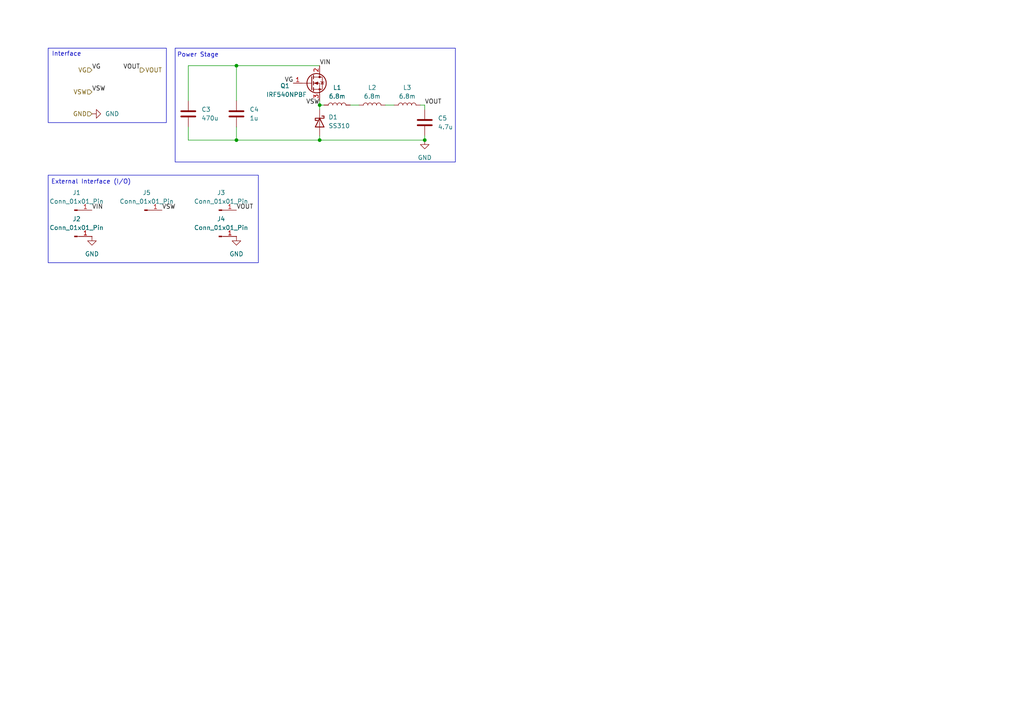
<source format=kicad_sch>
(kicad_sch
	(version 20231120)
	(generator "eeschema")
	(generator_version "8.0")
	(uuid "8c7b66df-3fdb-473a-b9fc-ac63bda1f8b1")
	(paper "A4")
	(title_block
		(title "Fullmetal Buck Converter")
		(date "2025-03-01")
		(rev "v0")
		(company "Manveer Aujla")
	)
	(lib_symbols
		(symbol "Connector:Conn_01x01_Pin"
			(pin_names
				(offset 1.016) hide)
			(exclude_from_sim no)
			(in_bom yes)
			(on_board yes)
			(property "Reference" "J"
				(at 0 2.54 0)
				(effects
					(font
						(size 1.27 1.27)
					)
				)
			)
			(property "Value" "Conn_01x01_Pin"
				(at 0 -2.54 0)
				(effects
					(font
						(size 1.27 1.27)
					)
				)
			)
			(property "Footprint" ""
				(at 0 0 0)
				(effects
					(font
						(size 1.27 1.27)
					)
					(hide yes)
				)
			)
			(property "Datasheet" "~"
				(at 0 0 0)
				(effects
					(font
						(size 1.27 1.27)
					)
					(hide yes)
				)
			)
			(property "Description" "Generic connector, single row, 01x01, script generated"
				(at 0 0 0)
				(effects
					(font
						(size 1.27 1.27)
					)
					(hide yes)
				)
			)
			(property "ki_locked" ""
				(at 0 0 0)
				(effects
					(font
						(size 1.27 1.27)
					)
				)
			)
			(property "ki_keywords" "connector"
				(at 0 0 0)
				(effects
					(font
						(size 1.27 1.27)
					)
					(hide yes)
				)
			)
			(property "ki_fp_filters" "Connector*:*_1x??_*"
				(at 0 0 0)
				(effects
					(font
						(size 1.27 1.27)
					)
					(hide yes)
				)
			)
			(symbol "Conn_01x01_Pin_1_1"
				(polyline
					(pts
						(xy 1.27 0) (xy 0.8636 0)
					)
					(stroke
						(width 0.1524)
						(type default)
					)
					(fill
						(type none)
					)
				)
				(rectangle
					(start 0.8636 0.127)
					(end 0 -0.127)
					(stroke
						(width 0.1524)
						(type default)
					)
					(fill
						(type outline)
					)
				)
				(pin passive line
					(at 5.08 0 180)
					(length 3.81)
					(name "Pin_1"
						(effects
							(font
								(size 1.27 1.27)
							)
						)
					)
					(number "1"
						(effects
							(font
								(size 1.27 1.27)
							)
						)
					)
				)
			)
		)
		(symbol "Device:C"
			(pin_numbers hide)
			(pin_names
				(offset 0.254)
			)
			(exclude_from_sim no)
			(in_bom yes)
			(on_board yes)
			(property "Reference" "C"
				(at 0.635 2.54 0)
				(effects
					(font
						(size 1.27 1.27)
					)
					(justify left)
				)
			)
			(property "Value" "C"
				(at 0.635 -2.54 0)
				(effects
					(font
						(size 1.27 1.27)
					)
					(justify left)
				)
			)
			(property "Footprint" ""
				(at 0.9652 -3.81 0)
				(effects
					(font
						(size 1.27 1.27)
					)
					(hide yes)
				)
			)
			(property "Datasheet" "~"
				(at 0 0 0)
				(effects
					(font
						(size 1.27 1.27)
					)
					(hide yes)
				)
			)
			(property "Description" "Unpolarized capacitor"
				(at 0 0 0)
				(effects
					(font
						(size 1.27 1.27)
					)
					(hide yes)
				)
			)
			(property "ki_keywords" "cap capacitor"
				(at 0 0 0)
				(effects
					(font
						(size 1.27 1.27)
					)
					(hide yes)
				)
			)
			(property "ki_fp_filters" "C_*"
				(at 0 0 0)
				(effects
					(font
						(size 1.27 1.27)
					)
					(hide yes)
				)
			)
			(symbol "C_0_1"
				(polyline
					(pts
						(xy -2.032 -0.762) (xy 2.032 -0.762)
					)
					(stroke
						(width 0.508)
						(type default)
					)
					(fill
						(type none)
					)
				)
				(polyline
					(pts
						(xy -2.032 0.762) (xy 2.032 0.762)
					)
					(stroke
						(width 0.508)
						(type default)
					)
					(fill
						(type none)
					)
				)
			)
			(symbol "C_1_1"
				(pin passive line
					(at 0 3.81 270)
					(length 2.794)
					(name "~"
						(effects
							(font
								(size 1.27 1.27)
							)
						)
					)
					(number "1"
						(effects
							(font
								(size 1.27 1.27)
							)
						)
					)
				)
				(pin passive line
					(at 0 -3.81 90)
					(length 2.794)
					(name "~"
						(effects
							(font
								(size 1.27 1.27)
							)
						)
					)
					(number "2"
						(effects
							(font
								(size 1.27 1.27)
							)
						)
					)
				)
			)
		)
		(symbol "Device:L"
			(pin_numbers hide)
			(pin_names
				(offset 1.016) hide)
			(exclude_from_sim no)
			(in_bom yes)
			(on_board yes)
			(property "Reference" "L"
				(at -1.27 0 90)
				(effects
					(font
						(size 1.27 1.27)
					)
				)
			)
			(property "Value" "L"
				(at 1.905 0 90)
				(effects
					(font
						(size 1.27 1.27)
					)
				)
			)
			(property "Footprint" ""
				(at 0 0 0)
				(effects
					(font
						(size 1.27 1.27)
					)
					(hide yes)
				)
			)
			(property "Datasheet" "~"
				(at 0 0 0)
				(effects
					(font
						(size 1.27 1.27)
					)
					(hide yes)
				)
			)
			(property "Description" "Inductor"
				(at 0 0 0)
				(effects
					(font
						(size 1.27 1.27)
					)
					(hide yes)
				)
			)
			(property "ki_keywords" "inductor choke coil reactor magnetic"
				(at 0 0 0)
				(effects
					(font
						(size 1.27 1.27)
					)
					(hide yes)
				)
			)
			(property "ki_fp_filters" "Choke_* *Coil* Inductor_* L_*"
				(at 0 0 0)
				(effects
					(font
						(size 1.27 1.27)
					)
					(hide yes)
				)
			)
			(symbol "L_0_1"
				(arc
					(start 0 -2.54)
					(mid 0.6323 -1.905)
					(end 0 -1.27)
					(stroke
						(width 0)
						(type default)
					)
					(fill
						(type none)
					)
				)
				(arc
					(start 0 -1.27)
					(mid 0.6323 -0.635)
					(end 0 0)
					(stroke
						(width 0)
						(type default)
					)
					(fill
						(type none)
					)
				)
				(arc
					(start 0 0)
					(mid 0.6323 0.635)
					(end 0 1.27)
					(stroke
						(width 0)
						(type default)
					)
					(fill
						(type none)
					)
				)
				(arc
					(start 0 1.27)
					(mid 0.6323 1.905)
					(end 0 2.54)
					(stroke
						(width 0)
						(type default)
					)
					(fill
						(type none)
					)
				)
			)
			(symbol "L_1_1"
				(pin passive line
					(at 0 3.81 270)
					(length 1.27)
					(name "1"
						(effects
							(font
								(size 1.27 1.27)
							)
						)
					)
					(number "1"
						(effects
							(font
								(size 1.27 1.27)
							)
						)
					)
				)
				(pin passive line
					(at 0 -3.81 90)
					(length 1.27)
					(name "2"
						(effects
							(font
								(size 1.27 1.27)
							)
						)
					)
					(number "2"
						(effects
							(font
								(size 1.27 1.27)
							)
						)
					)
				)
			)
		)
		(symbol "Diode:SS310"
			(pin_numbers hide)
			(pin_names
				(offset 1.016) hide)
			(exclude_from_sim no)
			(in_bom yes)
			(on_board yes)
			(property "Reference" "D"
				(at 0 2.54 0)
				(effects
					(font
						(size 1.27 1.27)
					)
				)
			)
			(property "Value" "SS310"
				(at 0 -2.54 0)
				(effects
					(font
						(size 1.27 1.27)
					)
				)
			)
			(property "Footprint" "Diode_SMD:D_SMA"
				(at 0 -4.445 0)
				(effects
					(font
						(size 1.27 1.27)
					)
					(hide yes)
				)
			)
			(property "Datasheet" "https://www.microdiode.com/uploadfiles//PDF/SS32-THRU-SS3200-SMA.pdf"
				(at 0 0 0)
				(effects
					(font
						(size 1.27 1.27)
					)
					(hide yes)
				)
			)
			(property "Description" "100V 3A Schottky Diode, SMA"
				(at 0 0 0)
				(effects
					(font
						(size 1.27 1.27)
					)
					(hide yes)
				)
			)
			(property "ki_keywords" "diode Schottky"
				(at 0 0 0)
				(effects
					(font
						(size 1.27 1.27)
					)
					(hide yes)
				)
			)
			(property "ki_fp_filters" "D*SMA*"
				(at 0 0 0)
				(effects
					(font
						(size 1.27 1.27)
					)
					(hide yes)
				)
			)
			(symbol "SS310_0_1"
				(polyline
					(pts
						(xy 1.27 0) (xy -1.27 0)
					)
					(stroke
						(width 0)
						(type default)
					)
					(fill
						(type none)
					)
				)
				(polyline
					(pts
						(xy 1.27 1.27) (xy 1.27 -1.27) (xy -1.27 0) (xy 1.27 1.27)
					)
					(stroke
						(width 0.254)
						(type default)
					)
					(fill
						(type none)
					)
				)
				(polyline
					(pts
						(xy -1.905 0.635) (xy -1.905 1.27) (xy -1.27 1.27) (xy -1.27 -1.27) (xy -0.635 -1.27) (xy -0.635 -0.635)
					)
					(stroke
						(width 0.254)
						(type default)
					)
					(fill
						(type none)
					)
				)
			)
			(symbol "SS310_1_1"
				(pin passive line
					(at -3.81 0 0)
					(length 2.54)
					(name "K"
						(effects
							(font
								(size 1.27 1.27)
							)
						)
					)
					(number "1"
						(effects
							(font
								(size 1.27 1.27)
							)
						)
					)
				)
				(pin passive line
					(at 3.81 0 180)
					(length 2.54)
					(name "A"
						(effects
							(font
								(size 1.27 1.27)
							)
						)
					)
					(number "2"
						(effects
							(font
								(size 1.27 1.27)
							)
						)
					)
				)
			)
		)
		(symbol "Transistor_FET:IRF540N"
			(pin_names hide)
			(exclude_from_sim no)
			(in_bom yes)
			(on_board yes)
			(property "Reference" "Q"
				(at 5.08 1.905 0)
				(effects
					(font
						(size 1.27 1.27)
					)
					(justify left)
				)
			)
			(property "Value" "IRF540N"
				(at 5.08 0 0)
				(effects
					(font
						(size 1.27 1.27)
					)
					(justify left)
				)
			)
			(property "Footprint" "Package_TO_SOT_THT:TO-220-3_Vertical"
				(at 5.08 -1.905 0)
				(effects
					(font
						(size 1.27 1.27)
						(italic yes)
					)
					(justify left)
					(hide yes)
				)
			)
			(property "Datasheet" "http://www.irf.com/product-info/datasheets/data/irf540n.pdf"
				(at 5.08 -3.81 0)
				(effects
					(font
						(size 1.27 1.27)
					)
					(justify left)
					(hide yes)
				)
			)
			(property "Description" "33A Id, 100V Vds, HEXFET N-Channel MOSFET, TO-220"
				(at 0 0 0)
				(effects
					(font
						(size 1.27 1.27)
					)
					(hide yes)
				)
			)
			(property "ki_keywords" "HEXFET N-Channel MOSFET"
				(at 0 0 0)
				(effects
					(font
						(size 1.27 1.27)
					)
					(hide yes)
				)
			)
			(property "ki_fp_filters" "TO?220*"
				(at 0 0 0)
				(effects
					(font
						(size 1.27 1.27)
					)
					(hide yes)
				)
			)
			(symbol "IRF540N_0_1"
				(polyline
					(pts
						(xy 0.254 0) (xy -2.54 0)
					)
					(stroke
						(width 0)
						(type default)
					)
					(fill
						(type none)
					)
				)
				(polyline
					(pts
						(xy 0.254 1.905) (xy 0.254 -1.905)
					)
					(stroke
						(width 0.254)
						(type default)
					)
					(fill
						(type none)
					)
				)
				(polyline
					(pts
						(xy 0.762 -1.27) (xy 0.762 -2.286)
					)
					(stroke
						(width 0.254)
						(type default)
					)
					(fill
						(type none)
					)
				)
				(polyline
					(pts
						(xy 0.762 0.508) (xy 0.762 -0.508)
					)
					(stroke
						(width 0.254)
						(type default)
					)
					(fill
						(type none)
					)
				)
				(polyline
					(pts
						(xy 0.762 2.286) (xy 0.762 1.27)
					)
					(stroke
						(width 0.254)
						(type default)
					)
					(fill
						(type none)
					)
				)
				(polyline
					(pts
						(xy 2.54 2.54) (xy 2.54 1.778)
					)
					(stroke
						(width 0)
						(type default)
					)
					(fill
						(type none)
					)
				)
				(polyline
					(pts
						(xy 2.54 -2.54) (xy 2.54 0) (xy 0.762 0)
					)
					(stroke
						(width 0)
						(type default)
					)
					(fill
						(type none)
					)
				)
				(polyline
					(pts
						(xy 0.762 -1.778) (xy 3.302 -1.778) (xy 3.302 1.778) (xy 0.762 1.778)
					)
					(stroke
						(width 0)
						(type default)
					)
					(fill
						(type none)
					)
				)
				(polyline
					(pts
						(xy 1.016 0) (xy 2.032 0.381) (xy 2.032 -0.381) (xy 1.016 0)
					)
					(stroke
						(width 0)
						(type default)
					)
					(fill
						(type outline)
					)
				)
				(polyline
					(pts
						(xy 2.794 0.508) (xy 2.921 0.381) (xy 3.683 0.381) (xy 3.81 0.254)
					)
					(stroke
						(width 0)
						(type default)
					)
					(fill
						(type none)
					)
				)
				(polyline
					(pts
						(xy 3.302 0.381) (xy 2.921 -0.254) (xy 3.683 -0.254) (xy 3.302 0.381)
					)
					(stroke
						(width 0)
						(type default)
					)
					(fill
						(type none)
					)
				)
				(circle
					(center 1.651 0)
					(radius 2.794)
					(stroke
						(width 0.254)
						(type default)
					)
					(fill
						(type none)
					)
				)
				(circle
					(center 2.54 -1.778)
					(radius 0.254)
					(stroke
						(width 0)
						(type default)
					)
					(fill
						(type outline)
					)
				)
				(circle
					(center 2.54 1.778)
					(radius 0.254)
					(stroke
						(width 0)
						(type default)
					)
					(fill
						(type outline)
					)
				)
			)
			(symbol "IRF540N_1_1"
				(pin input line
					(at -5.08 0 0)
					(length 2.54)
					(name "G"
						(effects
							(font
								(size 1.27 1.27)
							)
						)
					)
					(number "1"
						(effects
							(font
								(size 1.27 1.27)
							)
						)
					)
				)
				(pin passive line
					(at 2.54 5.08 270)
					(length 2.54)
					(name "D"
						(effects
							(font
								(size 1.27 1.27)
							)
						)
					)
					(number "2"
						(effects
							(font
								(size 1.27 1.27)
							)
						)
					)
				)
				(pin passive line
					(at 2.54 -5.08 90)
					(length 2.54)
					(name "S"
						(effects
							(font
								(size 1.27 1.27)
							)
						)
					)
					(number "3"
						(effects
							(font
								(size 1.27 1.27)
							)
						)
					)
				)
			)
		)
		(symbol "power:GND"
			(power)
			(pin_numbers hide)
			(pin_names
				(offset 0) hide)
			(exclude_from_sim no)
			(in_bom yes)
			(on_board yes)
			(property "Reference" "#PWR"
				(at 0 -6.35 0)
				(effects
					(font
						(size 1.27 1.27)
					)
					(hide yes)
				)
			)
			(property "Value" "GND"
				(at 0 -3.81 0)
				(effects
					(font
						(size 1.27 1.27)
					)
				)
			)
			(property "Footprint" ""
				(at 0 0 0)
				(effects
					(font
						(size 1.27 1.27)
					)
					(hide yes)
				)
			)
			(property "Datasheet" ""
				(at 0 0 0)
				(effects
					(font
						(size 1.27 1.27)
					)
					(hide yes)
				)
			)
			(property "Description" "Power symbol creates a global label with name \"GND\" , ground"
				(at 0 0 0)
				(effects
					(font
						(size 1.27 1.27)
					)
					(hide yes)
				)
			)
			(property "ki_keywords" "global power"
				(at 0 0 0)
				(effects
					(font
						(size 1.27 1.27)
					)
					(hide yes)
				)
			)
			(symbol "GND_0_1"
				(polyline
					(pts
						(xy 0 0) (xy 0 -1.27) (xy 1.27 -1.27) (xy 0 -2.54) (xy -1.27 -1.27) (xy 0 -1.27)
					)
					(stroke
						(width 0)
						(type default)
					)
					(fill
						(type none)
					)
				)
			)
			(symbol "GND_1_1"
				(pin power_in line
					(at 0 0 270)
					(length 0)
					(name "~"
						(effects
							(font
								(size 1.27 1.27)
							)
						)
					)
					(number "1"
						(effects
							(font
								(size 1.27 1.27)
							)
						)
					)
				)
			)
		)
	)
	(junction
		(at 92.71 40.64)
		(diameter 0)
		(color 0 0 0 0)
		(uuid "224e5e23-c1ee-4efc-93ea-31be60754f2e")
	)
	(junction
		(at 68.58 40.64)
		(diameter 0)
		(color 0 0 0 0)
		(uuid "5e7440a4-859b-46a1-8e98-0615e00ee4d9")
	)
	(junction
		(at 68.58 19.05)
		(diameter 0)
		(color 0 0 0 0)
		(uuid "9061d473-ab0c-4c2f-bf31-7cfdbb293234")
	)
	(junction
		(at 92.71 30.48)
		(diameter 0)
		(color 0 0 0 0)
		(uuid "c3dc9ae6-406f-46d2-a4d2-c353c59c4f97")
	)
	(junction
		(at 123.19 40.64)
		(diameter 0)
		(color 0 0 0 0)
		(uuid "d2ef077b-3571-4281-b932-0fd91fead94a")
	)
	(wire
		(pts
			(xy 123.19 39.37) (xy 123.19 40.64)
		)
		(stroke
			(width 0)
			(type default)
		)
		(uuid "0ea8f7a8-968f-4550-a688-e9ebe3328205")
	)
	(wire
		(pts
			(xy 54.61 40.64) (xy 68.58 40.64)
		)
		(stroke
			(width 0)
			(type default)
		)
		(uuid "175516c6-51b6-42e9-a6bc-469e609b52ab")
	)
	(wire
		(pts
			(xy 92.71 19.05) (xy 68.58 19.05)
		)
		(stroke
			(width 0)
			(type default)
		)
		(uuid "29b31534-aca7-49cb-902b-29d53632b819")
	)
	(wire
		(pts
			(xy 68.58 40.64) (xy 92.71 40.64)
		)
		(stroke
			(width 0)
			(type default)
		)
		(uuid "4e055907-19e2-4f87-9c5e-dec30e40fe69")
	)
	(wire
		(pts
			(xy 121.92 30.48) (xy 123.19 30.48)
		)
		(stroke
			(width 0)
			(type default)
		)
		(uuid "51aefefb-d7aa-42a2-93a7-08ad2fae7aa5")
	)
	(wire
		(pts
			(xy 123.19 30.48) (xy 123.19 31.75)
		)
		(stroke
			(width 0)
			(type default)
		)
		(uuid "56fc9ff0-c472-4022-a6d1-b8f8073fefbd")
	)
	(wire
		(pts
			(xy 68.58 19.05) (xy 68.58 29.21)
		)
		(stroke
			(width 0)
			(type default)
		)
		(uuid "63190204-da8a-4f78-9a51-0b54a1ff4fe6")
	)
	(wire
		(pts
			(xy 92.71 30.48) (xy 92.71 31.75)
		)
		(stroke
			(width 0)
			(type default)
		)
		(uuid "74ecda5e-4c1a-4f50-b9d4-aa892c2ad1e0")
	)
	(wire
		(pts
			(xy 54.61 19.05) (xy 68.58 19.05)
		)
		(stroke
			(width 0)
			(type default)
		)
		(uuid "76b7fd97-e20f-41f3-a0e2-ed4635bf475a")
	)
	(wire
		(pts
			(xy 92.71 29.21) (xy 92.71 30.48)
		)
		(stroke
			(width 0)
			(type default)
		)
		(uuid "7f6b7803-8660-4b43-bd34-2bd7ab22a074")
	)
	(wire
		(pts
			(xy 92.71 30.48) (xy 93.98 30.48)
		)
		(stroke
			(width 0)
			(type default)
		)
		(uuid "84181d92-46f8-409d-8c80-7f5caf364b58")
	)
	(wire
		(pts
			(xy 123.19 40.64) (xy 92.71 40.64)
		)
		(stroke
			(width 0)
			(type default)
		)
		(uuid "8a6d98ca-d385-4c87-8dc0-5acecce02ab1")
	)
	(wire
		(pts
			(xy 92.71 40.64) (xy 92.71 39.37)
		)
		(stroke
			(width 0)
			(type default)
		)
		(uuid "a92b05ee-3bf4-4672-af50-c501ea0d645b")
	)
	(wire
		(pts
			(xy 68.58 36.83) (xy 68.58 40.64)
		)
		(stroke
			(width 0)
			(type default)
		)
		(uuid "bb9fe91a-3c4e-460c-957a-ee37c82a8c2f")
	)
	(wire
		(pts
			(xy 101.6 30.48) (xy 104.14 30.48)
		)
		(stroke
			(width 0)
			(type default)
		)
		(uuid "c27ebd9a-3ee1-4ced-bdf8-5815f9c1e91c")
	)
	(wire
		(pts
			(xy 54.61 29.21) (xy 54.61 19.05)
		)
		(stroke
			(width 0)
			(type default)
		)
		(uuid "e54e0fb8-51d5-4448-8678-14f7a407746b")
	)
	(wire
		(pts
			(xy 54.61 36.83) (xy 54.61 40.64)
		)
		(stroke
			(width 0)
			(type default)
		)
		(uuid "f1277573-ede8-4f2d-8e61-baabf389cf6d")
	)
	(wire
		(pts
			(xy 111.76 30.48) (xy 114.3 30.48)
		)
		(stroke
			(width 0)
			(type default)
		)
		(uuid "f4e5dcd2-19a8-4cf1-97f7-cd9f8e0a8f89")
	)
	(rectangle
		(start 13.97 13.97)
		(end 48.26 35.56)
		(stroke
			(width 0)
			(type default)
		)
		(fill
			(type none)
		)
		(uuid 2b043960-543a-4001-a167-83decbb40101)
	)
	(rectangle
		(start 50.8 13.97)
		(end 132.08 46.99)
		(stroke
			(width 0)
			(type default)
		)
		(fill
			(type none)
		)
		(uuid 505e59a4-2027-4cb8-8703-0c2f6c047b5f)
	)
	(rectangle
		(start 13.97 50.8)
		(end 74.93 76.2)
		(stroke
			(width 0)
			(type default)
		)
		(fill
			(type none)
		)
		(uuid bf15357d-0c5f-41d2-a6ba-81848f3cacd2)
	)
	(text "External Interface (I/O)"
		(exclude_from_sim no)
		(at 26.416 52.832 0)
		(effects
			(font
				(size 1.27 1.27)
			)
		)
		(uuid "1dd9ede9-3d3e-4608-83ef-6d98a44b49e3")
	)
	(text "Interface\n"
		(exclude_from_sim no)
		(at 19.304 15.748 0)
		(effects
			(font
				(size 1.27 1.27)
			)
		)
		(uuid "1f48248c-eb3a-4af5-acf5-073c119c8aa1")
	)
	(text "Power Stage"
		(exclude_from_sim no)
		(at 57.404 16.002 0)
		(effects
			(font
				(size 1.27 1.27)
			)
		)
		(uuid "2f04f262-e5b6-42da-b6d9-ae3ff67ed49d")
	)
	(label "VOUT"
		(at 40.64 20.32 180)
		(fields_autoplaced yes)
		(effects
			(font
				(size 1.27 1.27)
			)
			(justify right bottom)
		)
		(uuid "0305cd43-9e21-4491-a30d-5df753f3c24c")
	)
	(label "VSW"
		(at 46.99 60.96 0)
		(fields_autoplaced yes)
		(effects
			(font
				(size 1.27 1.27)
			)
			(justify left bottom)
		)
		(uuid "186f7d0a-439f-4ee1-b59a-281ba0747850")
	)
	(label "VSW"
		(at 92.71 30.48 180)
		(fields_autoplaced yes)
		(effects
			(font
				(size 1.27 1.27)
			)
			(justify right bottom)
		)
		(uuid "2bbf7823-d902-4f1f-97ce-ce3bb8faabf5")
	)
	(label "VIN"
		(at 26.67 60.96 0)
		(fields_autoplaced yes)
		(effects
			(font
				(size 1.27 1.27)
			)
			(justify left bottom)
		)
		(uuid "698b0587-3cc4-4e34-b327-28cdd4bacceb")
	)
	(label "VSW"
		(at 26.67 26.67 0)
		(fields_autoplaced yes)
		(effects
			(font
				(size 1.27 1.27)
			)
			(justify left bottom)
		)
		(uuid "7f7a4e35-c1ab-4172-aca9-815b61739f78")
	)
	(label "VOUT"
		(at 123.19 30.48 0)
		(fields_autoplaced yes)
		(effects
			(font
				(size 1.27 1.27)
			)
			(justify left bottom)
		)
		(uuid "84e964b0-f6d6-408c-8d93-0eb3cb0aaba2")
	)
	(label "VOUT"
		(at 68.58 60.96 0)
		(fields_autoplaced yes)
		(effects
			(font
				(size 1.27 1.27)
			)
			(justify left bottom)
		)
		(uuid "8d02a008-cdab-4f87-ac1f-8f11485b976e")
	)
	(label "VIN"
		(at 92.71 19.05 0)
		(fields_autoplaced yes)
		(effects
			(font
				(size 1.27 1.27)
			)
			(justify left bottom)
		)
		(uuid "aa3f4a47-f336-4ab5-acb0-ba540b74a3d2")
	)
	(label "VG"
		(at 85.09 24.13 180)
		(fields_autoplaced yes)
		(effects
			(font
				(size 1.27 1.27)
			)
			(justify right bottom)
		)
		(uuid "c03f0890-d34f-4137-be2d-ffcfd5c9d985")
	)
	(label "VG"
		(at 26.67 20.32 0)
		(fields_autoplaced yes)
		(effects
			(font
				(size 1.27 1.27)
			)
			(justify left bottom)
		)
		(uuid "fc32fc9a-3462-4408-b400-8704582b8cd6")
	)
	(hierarchical_label "VOUT"
		(shape output)
		(at 40.64 20.32 0)
		(fields_autoplaced yes)
		(effects
			(font
				(size 1.27 1.27)
			)
			(justify left)
		)
		(uuid "a795f731-ba12-432d-b0b7-c032bdf55bd0")
	)
	(hierarchical_label "VSW"
		(shape input)
		(at 26.67 26.67 180)
		(fields_autoplaced yes)
		(effects
			(font
				(size 1.27 1.27)
			)
			(justify right)
		)
		(uuid "a8cb3170-2c2e-4958-a7d0-e97186c886ed")
	)
	(hierarchical_label "VG"
		(shape input)
		(at 26.67 20.32 180)
		(fields_autoplaced yes)
		(effects
			(font
				(size 1.27 1.27)
			)
			(justify right)
		)
		(uuid "ab785767-defc-4da4-9d4d-04fd7350b3d7")
	)
	(hierarchical_label "GND"
		(shape input)
		(at 26.67 33.02 180)
		(fields_autoplaced yes)
		(effects
			(font
				(size 1.27 1.27)
			)
			(justify right)
		)
		(uuid "d6a3189c-5774-41a9-93b3-5cb9bc0d956c")
	)
	(symbol
		(lib_id "Connector:Conn_01x01_Pin")
		(at 63.5 68.58 0)
		(unit 1)
		(exclude_from_sim no)
		(in_bom yes)
		(on_board yes)
		(dnp no)
		(fields_autoplaced yes)
		(uuid "0b030330-2889-41ad-b131-62b228ca4573")
		(property "Reference" "J4"
			(at 64.135 63.5 0)
			(effects
				(font
					(size 1.27 1.27)
				)
			)
		)
		(property "Value" "Conn_01x01_Pin"
			(at 64.135 66.04 0)
			(effects
				(font
					(size 1.27 1.27)
				)
			)
		)
		(property "Footprint" "Connector:Banana_Jack_1Pin"
			(at 63.5 68.58 0)
			(effects
				(font
					(size 1.27 1.27)
				)
				(hide yes)
			)
		)
		(property "Datasheet" "https://www.muellerelectric.com/product_files/986/DS-BU-P72930-@.pdf"
			(at 63.5 68.58 0)
			(effects
				(font
					(size 1.27 1.27)
				)
				(hide yes)
			)
		)
		(property "Description" "Generic connector, single row, 01x01, script generated"
			(at 63.5 68.58 0)
			(effects
				(font
					(size 1.27 1.27)
				)
				(hide yes)
			)
		)
		(property "Part Number" "BU-P72930-2"
			(at 63.5 68.58 0)
			(effects
				(font
					(size 1.27 1.27)
				)
				(hide yes)
			)
		)
		(pin "1"
			(uuid "91a8e66c-a1d5-4ba0-8743-fac2ebcebf11")
		)
		(instances
			(project "MyFirstBuck"
				(path "/d7438cf5-4402-49b7-a315-23661e727289/243f25fe-a1bf-4f60-a4f7-e747d3f56ebf"
					(reference "J4")
					(unit 1)
				)
			)
		)
	)
	(symbol
		(lib_id "Diode:SS310")
		(at 92.71 35.56 270)
		(unit 1)
		(exclude_from_sim no)
		(in_bom yes)
		(on_board yes)
		(dnp no)
		(fields_autoplaced yes)
		(uuid "14ffe904-3428-44d2-bc34-e66a8470316e")
		(property "Reference" "D1"
			(at 95.25 33.9724 90)
			(effects
				(font
					(size 1.27 1.27)
				)
				(justify left)
			)
		)
		(property "Value" "SS310"
			(at 95.25 36.5124 90)
			(effects
				(font
					(size 1.27 1.27)
				)
				(justify left)
			)
		)
		(property "Footprint" "Diode_SMD:D_SMA_Handsoldering"
			(at 88.265 35.56 0)
			(effects
				(font
					(size 1.27 1.27)
				)
				(hide yes)
			)
		)
		(property "Datasheet" "https://services.taiwansemi.com/storage/resources/datasheet/SS32%20SERIES_Q2412.pdf"
			(at 92.71 35.56 0)
			(effects
				(font
					(size 1.27 1.27)
				)
				(hide yes)
			)
		)
		(property "Description" "Diode 100 V 3A Surface Mount DO-214AC (SMA)"
			(at 92.71 35.56 0)
			(effects
				(font
					(size 1.27 1.27)
				)
				(hide yes)
			)
		)
		(property "Part Number" "SS310"
			(at 92.71 35.56 0)
			(effects
				(font
					(size 1.27 1.27)
				)
				(hide yes)
			)
		)
		(pin "1"
			(uuid "884f6250-84a1-4cbb-884c-867c47971147")
		)
		(pin "2"
			(uuid "dbb4cb1a-01bd-4639-b6cd-ee7e786729c3")
		)
		(instances
			(project ""
				(path "/d7438cf5-4402-49b7-a315-23661e727289/243f25fe-a1bf-4f60-a4f7-e747d3f56ebf"
					(reference "D1")
					(unit 1)
				)
			)
		)
	)
	(symbol
		(lib_id "Device:C")
		(at 68.58 33.02 0)
		(unit 1)
		(exclude_from_sim no)
		(in_bom yes)
		(on_board yes)
		(dnp no)
		(fields_autoplaced yes)
		(uuid "16e1da67-123e-47b4-be67-df6ba0ebf288")
		(property "Reference" "C4"
			(at 72.39 31.7499 0)
			(effects
				(font
					(size 1.27 1.27)
				)
				(justify left)
			)
		)
		(property "Value" "1u"
			(at 72.39 34.2899 0)
			(effects
				(font
					(size 1.27 1.27)
				)
				(justify left)
			)
		)
		(property "Footprint" "Capacitor_SMD:C_0805_2012Metric_Pad1.18x1.45mm_HandSolder"
			(at 69.5452 36.83 0)
			(effects
				(font
					(size 1.27 1.27)
				)
				(hide yes)
			)
		)
		(property "Datasheet" "https://search.murata.co.jp/Ceramy/image/img/A01X/G101/ENG/GRM21BC72A105KE01-01.pdf"
			(at 68.58 33.02 0)
			(effects
				(font
					(size 1.27 1.27)
				)
				(hide yes)
			)
		)
		(property "Description" "1 µF ±10% 100V Ceramic Capacitor X7S 0805 (2012 Metric)"
			(at 68.58 33.02 0)
			(effects
				(font
					(size 1.27 1.27)
				)
				(hide yes)
			)
		)
		(property "Part Number" "GRM21BC72A105KE01L"
			(at 68.58 33.02 0)
			(effects
				(font
					(size 1.27 1.27)
				)
				(hide yes)
			)
		)
		(pin "1"
			(uuid "9e6811f1-d99c-47ae-b540-0bb33b4942d5")
		)
		(pin "2"
			(uuid "d9411c28-769b-49c5-836c-d59e0fd58e21")
		)
		(instances
			(project ""
				(path "/d7438cf5-4402-49b7-a315-23661e727289/243f25fe-a1bf-4f60-a4f7-e747d3f56ebf"
					(reference "C4")
					(unit 1)
				)
			)
		)
	)
	(symbol
		(lib_id "power:GND")
		(at 26.67 68.58 0)
		(unit 1)
		(exclude_from_sim no)
		(in_bom yes)
		(on_board yes)
		(dnp no)
		(fields_autoplaced yes)
		(uuid "3ec77078-b092-4311-bb6d-87d2bd30e7f4")
		(property "Reference" "#PWR039"
			(at 26.67 74.93 0)
			(effects
				(font
					(size 1.27 1.27)
				)
				(hide yes)
			)
		)
		(property "Value" "GND"
			(at 26.67 73.66 0)
			(effects
				(font
					(size 1.27 1.27)
				)
			)
		)
		(property "Footprint" ""
			(at 26.67 68.58 0)
			(effects
				(font
					(size 1.27 1.27)
				)
				(hide yes)
			)
		)
		(property "Datasheet" ""
			(at 26.67 68.58 0)
			(effects
				(font
					(size 1.27 1.27)
				)
				(hide yes)
			)
		)
		(property "Description" "Power symbol creates a global label with name \"GND\" , ground"
			(at 26.67 68.58 0)
			(effects
				(font
					(size 1.27 1.27)
				)
				(hide yes)
			)
		)
		(pin "1"
			(uuid "626e17bb-930e-4a78-8cf1-5abf7ec1d9a3")
		)
		(instances
			(project "MyFirstBuck"
				(path "/d7438cf5-4402-49b7-a315-23661e727289/243f25fe-a1bf-4f60-a4f7-e747d3f56ebf"
					(reference "#PWR039")
					(unit 1)
				)
			)
		)
	)
	(symbol
		(lib_id "Transistor_FET:IRF540N")
		(at 90.17 24.13 0)
		(unit 1)
		(exclude_from_sim no)
		(in_bom yes)
		(on_board yes)
		(dnp no)
		(uuid "42c4ef64-a783-4fe2-bc86-2a884be8f04c")
		(property "Reference" "Q1"
			(at 81.28 24.892 0)
			(effects
				(font
					(size 1.27 1.27)
				)
				(justify left)
			)
		)
		(property "Value" "IRF540NPBF"
			(at 77.216 27.432 0)
			(effects
				(font
					(size 1.27 1.27)
				)
				(justify left)
			)
		)
		(property "Footprint" "Package_TO_SOT_THT:TO-220-3_Vertical"
			(at 95.25 26.035 0)
			(effects
				(font
					(size 1.27 1.27)
					(italic yes)
				)
				(justify left)
				(hide yes)
			)
		)
		(property "Datasheet" "https://www.infineon.com/dgdl/irf540npbf.pdf?fileId=5546d462533600a4015355e39f0d19a1"
			(at 95.25 27.94 0)
			(effects
				(font
					(size 1.27 1.27)
				)
				(justify left)
				(hide yes)
			)
		)
		(property "Description" "N-Channel 100 V 33A (Tc) 130W (Tc) Through Hole TO-220AB"
			(at 90.17 24.13 0)
			(effects
				(font
					(size 1.27 1.27)
				)
				(hide yes)
			)
		)
		(property "Part Number" "IRF540NPBF"
			(at 90.17 24.13 0)
			(effects
				(font
					(size 1.27 1.27)
				)
				(hide yes)
			)
		)
		(pin "1"
			(uuid "ec234409-fe93-40d1-a557-79fcc560844a")
		)
		(pin "2"
			(uuid "17380c14-ff8b-436a-98af-5deeb12c442f")
		)
		(pin "3"
			(uuid "4651a233-7868-4f27-91f7-bef63aef2dae")
		)
		(instances
			(project ""
				(path "/d7438cf5-4402-49b7-a315-23661e727289/243f25fe-a1bf-4f60-a4f7-e747d3f56ebf"
					(reference "Q1")
					(unit 1)
				)
			)
		)
	)
	(symbol
		(lib_id "Device:C")
		(at 123.19 35.56 0)
		(unit 1)
		(exclude_from_sim no)
		(in_bom yes)
		(on_board yes)
		(dnp no)
		(fields_autoplaced yes)
		(uuid "42cbc0e4-b8a5-4016-b3ab-f4510b77f425")
		(property "Reference" "C5"
			(at 127 34.2899 0)
			(effects
				(font
					(size 1.27 1.27)
				)
				(justify left)
			)
		)
		(property "Value" "4.7u"
			(at 127 36.8299 0)
			(effects
				(font
					(size 1.27 1.27)
				)
				(justify left)
			)
		)
		(property "Footprint" "Capacitor_SMD:C_1206_3216Metric_Pad1.33x1.80mm_HandSolder"
			(at 124.1552 39.37 0)
			(effects
				(font
					(size 1.27 1.27)
				)
				(hide yes)
			)
		)
		(property "Datasheet" "https://search.murata.co.jp/Ceramy/image/img/A01X/G101/ENG/GRM31CC72A475KE11-01A.pdf"
			(at 123.19 35.56 0)
			(effects
				(font
					(size 1.27 1.27)
				)
				(hide yes)
			)
		)
		(property "Description" "4.7 µF ±10% 100V Ceramic Capacitor X7S 1206 (3216 Metric)"
			(at 123.19 35.56 0)
			(effects
				(font
					(size 1.27 1.27)
				)
				(hide yes)
			)
		)
		(property "Part Number" "GRM31CC72A475KE11L"
			(at 123.19 35.56 0)
			(effects
				(font
					(size 1.27 1.27)
				)
				(hide yes)
			)
		)
		(pin "2"
			(uuid "68da0063-9761-430a-9a3e-729f2a19bec4")
		)
		(pin "1"
			(uuid "1a4fb087-b7ee-47d0-bc5b-d95062674439")
		)
		(instances
			(project "MyFirstBuck"
				(path "/d7438cf5-4402-49b7-a315-23661e727289/243f25fe-a1bf-4f60-a4f7-e747d3f56ebf"
					(reference "C5")
					(unit 1)
				)
			)
		)
	)
	(symbol
		(lib_id "power:GND")
		(at 123.19 40.64 0)
		(unit 1)
		(exclude_from_sim no)
		(in_bom yes)
		(on_board yes)
		(dnp no)
		(fields_autoplaced yes)
		(uuid "4e5ff231-8722-444b-a7cb-be5fde02151b")
		(property "Reference" "#PWR045"
			(at 123.19 46.99 0)
			(effects
				(font
					(size 1.27 1.27)
				)
				(hide yes)
			)
		)
		(property "Value" "GND"
			(at 123.19 45.72 0)
			(effects
				(font
					(size 1.27 1.27)
				)
			)
		)
		(property "Footprint" ""
			(at 123.19 40.64 0)
			(effects
				(font
					(size 1.27 1.27)
				)
				(hide yes)
			)
		)
		(property "Datasheet" ""
			(at 123.19 40.64 0)
			(effects
				(font
					(size 1.27 1.27)
				)
				(hide yes)
			)
		)
		(property "Description" "Power symbol creates a global label with name \"GND\" , ground"
			(at 123.19 40.64 0)
			(effects
				(font
					(size 1.27 1.27)
				)
				(hide yes)
			)
		)
		(pin "1"
			(uuid "701c29cb-c379-408d-ad4e-328f2f7264a3")
		)
		(instances
			(project ""
				(path "/d7438cf5-4402-49b7-a315-23661e727289/243f25fe-a1bf-4f60-a4f7-e747d3f56ebf"
					(reference "#PWR045")
					(unit 1)
				)
			)
		)
	)
	(symbol
		(lib_id "Connector:Conn_01x01_Pin")
		(at 41.91 60.96 0)
		(unit 1)
		(exclude_from_sim no)
		(in_bom yes)
		(on_board yes)
		(dnp no)
		(fields_autoplaced yes)
		(uuid "5d02ff83-4011-4b16-96ab-70303afb848d")
		(property "Reference" "J5"
			(at 42.545 55.88 0)
			(effects
				(font
					(size 1.27 1.27)
				)
			)
		)
		(property "Value" "Conn_01x01_Pin"
			(at 42.545 58.42 0)
			(effects
				(font
					(size 1.27 1.27)
				)
			)
		)
		(property "Footprint" "Connector:Banana_Jack_1Pin"
			(at 41.91 60.96 0)
			(effects
				(font
					(size 1.27 1.27)
				)
				(hide yes)
			)
		)
		(property "Datasheet" "https://www.muellerelectric.com/product_files/986/DS-BU-P72930-@.pdf"
			(at 41.91 60.96 0)
			(effects
				(font
					(size 1.27 1.27)
				)
				(hide yes)
			)
		)
		(property "Description" "Generic connector, single row, 01x01, script generated"
			(at 41.91 60.96 0)
			(effects
				(font
					(size 1.27 1.27)
				)
				(hide yes)
			)
		)
		(property "Part Number" "BU-P72930-2"
			(at 41.91 60.96 0)
			(effects
				(font
					(size 1.27 1.27)
				)
				(hide yes)
			)
		)
		(pin "1"
			(uuid "ce42ba45-f53f-47d6-9ebf-81248b78c332")
		)
		(instances
			(project "MyFirstBuck"
				(path "/d7438cf5-4402-49b7-a315-23661e727289/243f25fe-a1bf-4f60-a4f7-e747d3f56ebf"
					(reference "J5")
					(unit 1)
				)
			)
		)
	)
	(symbol
		(lib_id "Device:L")
		(at 107.95 30.48 90)
		(unit 1)
		(exclude_from_sim no)
		(in_bom yes)
		(on_board yes)
		(dnp no)
		(fields_autoplaced yes)
		(uuid "5f37c490-1708-4c21-a166-d517f6007345")
		(property "Reference" "L2"
			(at 107.95 25.4 90)
			(effects
				(font
					(size 1.27 1.27)
				)
			)
		)
		(property "Value" "6.8m"
			(at 107.95 27.94 90)
			(effects
				(font
					(size 1.27 1.27)
				)
			)
		)
		(property "Footprint" "Inductor_THT:L_Radial_D24.4mm_P23.90mm_Murata_1400series"
			(at 107.95 30.48 0)
			(effects
				(font
					(size 1.27 1.27)
				)
				(hide yes)
			)
		)
		(property "Datasheet" "https://search.murata.co.jp/Ceramy/image/img/P02A/kmp_1400.pdf"
			(at 107.95 30.48 0)
			(effects
				(font
					(size 1.27 1.27)
				)
				(hide yes)
			)
		)
		(property "Description" "FIXED IND 6.8MH 700MA 2.3 OHM TH"
			(at 107.95 30.48 0)
			(effects
				(font
					(size 1.27 1.27)
				)
				(hide yes)
			)
		)
		(property "Part Number" "1468507C"
			(at 107.95 30.48 0)
			(effects
				(font
					(size 1.27 1.27)
				)
				(hide yes)
			)
		)
		(pin "1"
			(uuid "3a59c8d5-1fc7-4943-9c68-837d5aef92cb")
		)
		(pin "2"
			(uuid "2311ddf3-1033-4846-ab28-58fcc2eaad09")
		)
		(instances
			(project "MyFirstBuck"
				(path "/d7438cf5-4402-49b7-a315-23661e727289/243f25fe-a1bf-4f60-a4f7-e747d3f56ebf"
					(reference "L2")
					(unit 1)
				)
			)
		)
	)
	(symbol
		(lib_id "Device:L")
		(at 97.79 30.48 90)
		(unit 1)
		(exclude_from_sim no)
		(in_bom yes)
		(on_board yes)
		(dnp no)
		(fields_autoplaced yes)
		(uuid "67a67abe-d9de-461a-8298-f7c86b7e8e77")
		(property "Reference" "L1"
			(at 97.79 25.4 90)
			(effects
				(font
					(size 1.27 1.27)
				)
			)
		)
		(property "Value" "6.8m"
			(at 97.79 27.94 90)
			(effects
				(font
					(size 1.27 1.27)
				)
			)
		)
		(property "Footprint" "Inductor_THT:L_Radial_D24.4mm_P23.90mm_Murata_1400series"
			(at 97.79 30.48 0)
			(effects
				(font
					(size 1.27 1.27)
				)
				(hide yes)
			)
		)
		(property "Datasheet" "https://search.murata.co.jp/Ceramy/image/img/P02A/kmp_1400.pdf"
			(at 97.79 30.48 0)
			(effects
				(font
					(size 1.27 1.27)
				)
				(hide yes)
			)
		)
		(property "Description" "FIXED IND 6.8MH 700MA 2.3 OHM TH"
			(at 97.79 30.48 0)
			(effects
				(font
					(size 1.27 1.27)
				)
				(hide yes)
			)
		)
		(property "Part Number" "1468507C"
			(at 97.79 30.48 0)
			(effects
				(font
					(size 1.27 1.27)
				)
				(hide yes)
			)
		)
		(pin "1"
			(uuid "4c74f92d-3b4e-43b6-9606-b537e2bd3ab1")
		)
		(pin "2"
			(uuid "3209e615-2db6-417d-aa1d-71f5995d4770")
		)
		(instances
			(project ""
				(path "/d7438cf5-4402-49b7-a315-23661e727289/243f25fe-a1bf-4f60-a4f7-e747d3f56ebf"
					(reference "L1")
					(unit 1)
				)
			)
		)
	)
	(symbol
		(lib_id "power:GND")
		(at 68.58 68.58 0)
		(unit 1)
		(exclude_from_sim no)
		(in_bom yes)
		(on_board yes)
		(dnp no)
		(fields_autoplaced yes)
		(uuid "6d7b977f-1596-489a-877b-c2fbbc3ec4a7")
		(property "Reference" "#PWR040"
			(at 68.58 74.93 0)
			(effects
				(font
					(size 1.27 1.27)
				)
				(hide yes)
			)
		)
		(property "Value" "GND"
			(at 68.58 73.66 0)
			(effects
				(font
					(size 1.27 1.27)
				)
			)
		)
		(property "Footprint" ""
			(at 68.58 68.58 0)
			(effects
				(font
					(size 1.27 1.27)
				)
				(hide yes)
			)
		)
		(property "Datasheet" ""
			(at 68.58 68.58 0)
			(effects
				(font
					(size 1.27 1.27)
				)
				(hide yes)
			)
		)
		(property "Description" "Power symbol creates a global label with name \"GND\" , ground"
			(at 68.58 68.58 0)
			(effects
				(font
					(size 1.27 1.27)
				)
				(hide yes)
			)
		)
		(pin "1"
			(uuid "bc0184e9-f956-4597-8980-044e37d5a17b")
		)
		(instances
			(project "MyFirstBuck"
				(path "/d7438cf5-4402-49b7-a315-23661e727289/243f25fe-a1bf-4f60-a4f7-e747d3f56ebf"
					(reference "#PWR040")
					(unit 1)
				)
			)
		)
	)
	(symbol
		(lib_id "Device:L")
		(at 118.11 30.48 90)
		(unit 1)
		(exclude_from_sim no)
		(in_bom yes)
		(on_board yes)
		(dnp no)
		(fields_autoplaced yes)
		(uuid "8db56e7d-beeb-4abc-9ec1-d8a3d41db386")
		(property "Reference" "L3"
			(at 118.11 25.4 90)
			(effects
				(font
					(size 1.27 1.27)
				)
			)
		)
		(property "Value" "6.8m"
			(at 118.11 27.94 90)
			(effects
				(font
					(size 1.27 1.27)
				)
			)
		)
		(property "Footprint" "Inductor_THT:L_Radial_D24.4mm_P23.90mm_Murata_1400series"
			(at 118.11 30.48 0)
			(effects
				(font
					(size 1.27 1.27)
				)
				(hide yes)
			)
		)
		(property "Datasheet" "https://search.murata.co.jp/Ceramy/image/img/P02A/kmp_1400.pdf"
			(at 118.11 30.48 0)
			(effects
				(font
					(size 1.27 1.27)
				)
				(hide yes)
			)
		)
		(property "Description" "FIXED IND 6.8MH 700MA 2.3 OHM TH"
			(at 118.11 30.48 0)
			(effects
				(font
					(size 1.27 1.27)
				)
				(hide yes)
			)
		)
		(property "Part Number" "1468507C"
			(at 118.11 30.48 0)
			(effects
				(font
					(size 1.27 1.27)
				)
				(hide yes)
			)
		)
		(pin "1"
			(uuid "b1a36131-761a-4046-b5d8-fe05b1396f94")
		)
		(pin "2"
			(uuid "9fa11679-b032-4a7c-8f41-daf499b63f8a")
		)
		(instances
			(project "MyFirstBuck"
				(path "/d7438cf5-4402-49b7-a315-23661e727289/243f25fe-a1bf-4f60-a4f7-e747d3f56ebf"
					(reference "L3")
					(unit 1)
				)
			)
		)
	)
	(symbol
		(lib_id "Device:C")
		(at 54.61 33.02 0)
		(unit 1)
		(exclude_from_sim no)
		(in_bom yes)
		(on_board yes)
		(dnp no)
		(fields_autoplaced yes)
		(uuid "95401390-8e32-44ff-b318-618a9d0762c0")
		(property "Reference" "C3"
			(at 58.42 31.7499 0)
			(effects
				(font
					(size 1.27 1.27)
				)
				(justify left)
			)
		)
		(property "Value" "470u"
			(at 58.42 34.2899 0)
			(effects
				(font
					(size 1.27 1.27)
				)
				(justify left)
			)
		)
		(property "Footprint" "Capacitor_THT:CP_Radial_D18.0mm_P7.50mm"
			(at 55.5752 36.83 0)
			(effects
				(font
					(size 1.27 1.27)
				)
				(hide yes)
			)
		)
		(property "Datasheet" "https://www.rubycon.co.jp/wp-content/uploads/catalog-aluminum/ZLH.pdf"
			(at 54.61 33.02 0)
			(effects
				(font
					(size 1.27 1.27)
				)
				(hide yes)
			)
		)
		(property "Description" "470 µF 100 V Aluminum Electrolytic Capacitors Radial, Can 10000 Hrs @ 105°C"
			(at 54.61 33.02 0)
			(effects
				(font
					(size 1.27 1.27)
				)
				(hide yes)
			)
		)
		(property "Part Number" "100ZLH470MEFC16X31.5"
			(at 54.61 33.02 0)
			(effects
				(font
					(size 1.27 1.27)
				)
				(hide yes)
			)
		)
		(pin "2"
			(uuid "49117821-fc95-4480-8593-f3b5d0669f0e")
		)
		(pin "1"
			(uuid "bab3365c-4143-447b-aa6e-8c8cecc8d16b")
		)
		(instances
			(project ""
				(path "/d7438cf5-4402-49b7-a315-23661e727289/243f25fe-a1bf-4f60-a4f7-e747d3f56ebf"
					(reference "C3")
					(unit 1)
				)
			)
		)
	)
	(symbol
		(lib_id "Connector:Conn_01x01_Pin")
		(at 21.59 60.96 0)
		(unit 1)
		(exclude_from_sim no)
		(in_bom yes)
		(on_board yes)
		(dnp no)
		(fields_autoplaced yes)
		(uuid "980002cb-69de-40c9-aa70-5b1722161f9e")
		(property "Reference" "J1"
			(at 22.225 55.88 0)
			(effects
				(font
					(size 1.27 1.27)
				)
			)
		)
		(property "Value" "Conn_01x01_Pin"
			(at 22.225 58.42 0)
			(effects
				(font
					(size 1.27 1.27)
				)
			)
		)
		(property "Footprint" "Connector:Banana_Jack_1Pin"
			(at 21.59 60.96 0)
			(effects
				(font
					(size 1.27 1.27)
				)
				(hide yes)
			)
		)
		(property "Datasheet" "https://www.muellerelectric.com/product_files/986/DS-BU-P72930-@.pdf"
			(at 21.59 60.96 0)
			(effects
				(font
					(size 1.27 1.27)
				)
				(hide yes)
			)
		)
		(property "Description" "Generic connector, single row, 01x01, script generated"
			(at 21.59 60.96 0)
			(effects
				(font
					(size 1.27 1.27)
				)
				(hide yes)
			)
		)
		(property "Part Number" "BU-P72930-2"
			(at 21.59 60.96 0)
			(effects
				(font
					(size 1.27 1.27)
				)
				(hide yes)
			)
		)
		(pin "1"
			(uuid "ed73faff-2eaf-4c06-a8fb-4ee081884ee0")
		)
		(instances
			(project ""
				(path "/d7438cf5-4402-49b7-a315-23661e727289/243f25fe-a1bf-4f60-a4f7-e747d3f56ebf"
					(reference "J1")
					(unit 1)
				)
			)
		)
	)
	(symbol
		(lib_id "power:GND")
		(at 26.67 33.02 90)
		(unit 1)
		(exclude_from_sim no)
		(in_bom yes)
		(on_board yes)
		(dnp no)
		(fields_autoplaced yes)
		(uuid "bb45401d-4508-45cf-8e33-cb9949d40e56")
		(property "Reference" "#PWR038"
			(at 33.02 33.02 0)
			(effects
				(font
					(size 1.27 1.27)
				)
				(hide yes)
			)
		)
		(property "Value" "GND"
			(at 30.48 33.0199 90)
			(effects
				(font
					(size 1.27 1.27)
				)
				(justify right)
			)
		)
		(property "Footprint" ""
			(at 26.67 33.02 0)
			(effects
				(font
					(size 1.27 1.27)
				)
				(hide yes)
			)
		)
		(property "Datasheet" ""
			(at 26.67 33.02 0)
			(effects
				(font
					(size 1.27 1.27)
				)
				(hide yes)
			)
		)
		(property "Description" "Power symbol creates a global label with name \"GND\" , ground"
			(at 26.67 33.02 0)
			(effects
				(font
					(size 1.27 1.27)
				)
				(hide yes)
			)
		)
		(pin "1"
			(uuid "b1e353a7-c0a5-472e-98af-472444d79a7c")
		)
		(instances
			(project ""
				(path "/d7438cf5-4402-49b7-a315-23661e727289/243f25fe-a1bf-4f60-a4f7-e747d3f56ebf"
					(reference "#PWR038")
					(unit 1)
				)
			)
		)
	)
	(symbol
		(lib_id "Connector:Conn_01x01_Pin")
		(at 63.5 60.96 0)
		(unit 1)
		(exclude_from_sim no)
		(in_bom yes)
		(on_board yes)
		(dnp no)
		(fields_autoplaced yes)
		(uuid "cfb0681f-f747-48ae-806a-d3808aaf3e6f")
		(property "Reference" "J3"
			(at 64.135 55.88 0)
			(effects
				(font
					(size 1.27 1.27)
				)
			)
		)
		(property "Value" "Conn_01x01_Pin"
			(at 64.135 58.42 0)
			(effects
				(font
					(size 1.27 1.27)
				)
			)
		)
		(property "Footprint" "Connector:Banana_Jack_1Pin"
			(at 63.5 60.96 0)
			(effects
				(font
					(size 1.27 1.27)
				)
				(hide yes)
			)
		)
		(property "Datasheet" "https://www.muellerelectric.com/product_files/986/DS-BU-P72930-@.pdf"
			(at 63.5 60.96 0)
			(effects
				(font
					(size 1.27 1.27)
				)
				(hide yes)
			)
		)
		(property "Description" "Generic connector, single row, 01x01, script generated"
			(at 63.5 60.96 0)
			(effects
				(font
					(size 1.27 1.27)
				)
				(hide yes)
			)
		)
		(property "Part Number" "BU-P72930-2"
			(at 63.5 60.96 0)
			(effects
				(font
					(size 1.27 1.27)
				)
				(hide yes)
			)
		)
		(pin "1"
			(uuid "020b695c-d4ba-4bdb-8462-dd6187cd2c0e")
		)
		(instances
			(project "MyFirstBuck"
				(path "/d7438cf5-4402-49b7-a315-23661e727289/243f25fe-a1bf-4f60-a4f7-e747d3f56ebf"
					(reference "J3")
					(unit 1)
				)
			)
		)
	)
	(symbol
		(lib_id "Connector:Conn_01x01_Pin")
		(at 21.59 68.58 0)
		(unit 1)
		(exclude_from_sim no)
		(in_bom yes)
		(on_board yes)
		(dnp no)
		(fields_autoplaced yes)
		(uuid "f817ab8c-5109-49ed-9f2e-b5290a727228")
		(property "Reference" "J2"
			(at 22.225 63.5 0)
			(effects
				(font
					(size 1.27 1.27)
				)
			)
		)
		(property "Value" "Conn_01x01_Pin"
			(at 22.225 66.04 0)
			(effects
				(font
					(size 1.27 1.27)
				)
			)
		)
		(property "Footprint" "Connector:Banana_Jack_1Pin"
			(at 21.59 68.58 0)
			(effects
				(font
					(size 1.27 1.27)
				)
				(hide yes)
			)
		)
		(property "Datasheet" "https://www.muellerelectric.com/product_files/986/DS-BU-P72930-@.pdf"
			(at 21.59 68.58 0)
			(effects
				(font
					(size 1.27 1.27)
				)
				(hide yes)
			)
		)
		(property "Description" "Generic connector, single row, 01x01, script generated"
			(at 21.59 68.58 0)
			(effects
				(font
					(size 1.27 1.27)
				)
				(hide yes)
			)
		)
		(property "Part Number" "BU-P72930-2"
			(at 21.59 68.58 0)
			(effects
				(font
					(size 1.27 1.27)
				)
				(hide yes)
			)
		)
		(pin "1"
			(uuid "ca16168d-487d-4643-b942-e5be9f5d0021")
		)
		(instances
			(project "MyFirstBuck"
				(path "/d7438cf5-4402-49b7-a315-23661e727289/243f25fe-a1bf-4f60-a4f7-e747d3f56ebf"
					(reference "J2")
					(unit 1)
				)
			)
		)
	)
)

</source>
